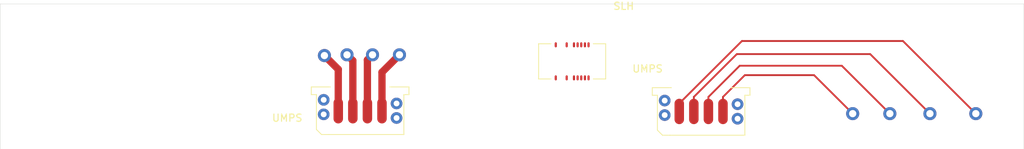
<source format=kicad_pcb>
(kicad_pcb (version 20171130) (host pcbnew "(5.1.2)-2")
  (layers (0 F.Cu signal) (31 B.Cu signal) (34 B.Paste user) (35 F.Paste user) (36 B.SilkS user) (37 F.SilkS user) (38 B.Mask user) (39 F.Mask user) (44 Edge.Cuts user))
  (net 0 "")
  (module SCIPP_Connectors:22AWG_THT (layer F.Cu) (at 116.5 78.3)
    (fp_text reference REF**)
    (fp_text value 22AWG_THT)
    (pad 1 thru_hole circle (at 0 0) (size 1.8 1.8) (drill 1) (layers *.Cu *.Mask))
  )
  (module SCIPP_Connectors:22AWG_THT (layer F.Cu) (at 112.8 78.3)
    (fp_text reference REF**)
    (fp_text value 22AWG_THT)
    (pad 1 thru_hole circle (at 0 0) (size 1.8 1.8) (drill 1) (layers *.Cu *.Mask))
  )
  (module SCIPP_Connectors:22AWG_THT (layer F.Cu) (at 109.3 78.3)
    (fp_text reference REF**)
    (fp_text value 22AWG_THT)
    (pad 1 thru_hole circle (at 0 0) (size 1.8 1.8) (drill 1) (layers *.Cu *.Mask))
  )
  (module SCIPP_Connectors:22AWG_THT (layer F.Cu) (at 106.2 78.4)
    (fp_text reference REF**)
    (fp_text value 22AWG_THT)
    (pad 1 thru_hole circle (at 0 0) (size 1.8 1.8) (drill 1) (layers *.Cu *.Mask))
  )
  (module SCIPP_Connectors:UMPS (layer F.Cu) (at 111.1 86)
    (fp_text reference REF**)
    (fp_text value UMPS (at -10 1) (layer F.SilkS))
    (fp_line (start 6.675 -3.275) (end 4.075 -3.275) (layer F.SilkS) (width 0.12))
    (fp_line (start -6.7 -3.275) (end -4.075 -3.275) (layer F.SilkS) (width 0.12))
    (fp_line (start 6 3.275) (end -4.275 3.275) (layer F.SilkS) (width 0.12))
    (fp_line (start 6 3.25) (end 6 3.275) (layer F.SilkS) (width 0.12))
    (fp_line (start 6 -2.225) (end 6 3.25) (layer F.SilkS) (width 0.12))
    (fp_line (start 6.025 -2.225) (end 6 -2.225) (layer F.SilkS) (width 0.12))
    (fp_line (start 6.7 -2.225) (end 6.025 -2.225) (layer F.SilkS) (width 0.12))
    (fp_line (start 6.7 -2.25) (end 6.7 -2.225) (layer F.SilkS) (width 0.12))
    (fp_line (start 6.7 -3.275) (end 6.7 -2.25) (layer F.SilkS) (width 0.12))
    (fp_line (start 6.675 -3.275) (end 6.7 -3.275) (layer F.SilkS) (width 0.12))
    (fp_line (start -6.7 -2.225) (end -6.7 -3.275) (layer F.SilkS) (width 0.12))
    (fp_line (start -6 -2.225) (end -6.7 -2.225) (layer F.SilkS) (width 0.12))
    (fp_line (start -6 -1.65) (end -6 -2.225) (layer F.SilkS) (width 0.12))
    (fp_line (start -5.3 3.275) (end -4.275 3.275) (layer F.SilkS) (width 0.12))
    (fp_line (start -6 2.575) (end -5.3 3.275) (layer F.SilkS) (width 0.12))
    (fp_line (start -6 -1.65) (end -6 2.575) (layer F.SilkS) (width 0.12))
    (pad 5 thru_hole circle (at -5 -1.5) (size 1.6 1.6) (drill 0.8) (layers *.Cu *.Mask))
    (pad 6 thru_hole circle (at -5 0.5) (size 1.6 1.6) (drill 0.8) (layers *.Cu *.Mask))
    (pad 8 thru_hole circle (at 5 1) (size 1.6 1.6) (drill 0.8) (layers *.Cu *.Mask))
    (pad 7 thru_hole circle (at 5 -1) (size 1.6 1.6) (drill 0.8) (layers *.Cu *.Mask))
    (pad 4 smd oval (at 3 0) (size 1.3 3.5) (layers F.Cu F.Paste F.Mask))
    (pad 3 smd oval (at 1 0) (size 1.3 3.5) (layers F.Cu F.Paste F.Mask))
    (pad 2 smd oval (at -1 0) (size 1.3 3.5) (layers F.Cu F.Paste F.Mask))
    (pad 1 smd oval (at -3 0) (size 1.3 3.5) (layers F.Cu F.Paste F.Mask))
  )
  (module SCIPP_Connectors:SLH (layer F.Cu) (at 140.2 79.2)
    (fp_text reference REF**)
    (fp_text value SLH (at 7.075 -7.6) (layer F.SilkS))
    (fp_line (start 4.6 -2.425) (end 4.6 2.4) (layer F.SilkS) (width 0.12))
    (fp_line (start 2.9 -2.425) (end 4.6 -2.425) (layer F.SilkS) (width 0.12))
    (fp_line (start 4.6 2.4) (end 4.6 2.425) (layer F.SilkS) (width 0.12))
    (fp_line (start 4.6 2.425) (end 2.9 2.425) (layer F.SilkS) (width 0.12))
    (fp_line (start -4.6 -2.425) (end -2.9 -2.425) (layer F.SilkS) (width 0.12))
    (fp_line (start -4.6 -2.4) (end -4.6 -2.425) (layer F.SilkS) (width 0.12))
    (fp_line (start -4.6 2.425) (end -4.6 -2.4) (layer F.SilkS) (width 0.12))
    (fp_line (start -2.9 2.425) (end -4.6 2.425) (layer F.SilkS) (width 0.12))
    (pad 11 smd oval (at 0.75 2.275) (size 0.3 0.7) (layers F.Cu F.Paste F.Mask))
    (pad 4 smd oval (at 0.75 -2.275) (size 0.3 0.7) (layers F.Cu F.Paste F.Mask))
    (pad 8 smd oval (at -2.25 2.275) (size 0.3 0.7) (layers F.Cu F.Paste F.Mask))
    (pad 13 smd oval (at 1.75 2.275) (size 0.3 0.7) (layers F.Cu F.Paste F.Mask))
    (pad 14 smd oval (at 2.25 2.275) (size 0.3 0.7) (layers F.Cu F.Paste F.Mask))
    (pad 9 smd oval (at -0.75 2.275) (size 0.3 0.7) (layers F.Cu F.Paste F.Mask))
    (pad 10 smd oval (at 0.25 2.275) (size 0.3 0.7) (layers F.Cu F.Paste F.Mask))
    (pad 12 smd oval (at 1.25 2.275) (size 0.3 0.7) (layers F.Cu F.Paste F.Mask))
    (pad 7 smd oval (at 2.25 -2.275) (size 0.3 0.7) (layers F.Cu F.Paste F.Mask))
    (pad 6 smd oval (at 1.75 -2.275) (size 0.3 0.7) (layers F.Cu F.Paste F.Mask))
    (pad 5 smd oval (at 1.25 -2.275) (size 0.3 0.7) (layers F.Cu F.Paste F.Mask))
    (pad 2 smd oval (at -0.75 -2.275) (size 0.3 0.7) (layers F.Cu F.Paste F.Mask))
    (pad 3 smd oval (at 0.25 -2.275) (size 0.3 0.7) (layers F.Cu F.Paste F.Mask))
    (pad 1 smd oval (at -2.25 -2.275) (size 0.3 0.7) (layers F.Cu F.Paste F.Mask))
  )
  (module SCIPP_Connectors:22AWG_THT (layer F.Cu) (at 195.6 86.4)
    (fp_text reference REF**)
    (fp_text value 22AWG_THT)
    (pad 1 thru_hole circle (at 0 0) (size 1.8 1.8) (drill 1) (layers *.Cu *.Mask))
  )
  (module SCIPP_Connectors:22AWG_THT (layer F.Cu) (at 189.3 86.4)
    (fp_text reference REF**)
    (fp_text value 22AWG_THT)
    (pad 1 thru_hole circle (at 0 0) (size 1.8 1.8) (drill 1) (layers *.Cu *.Mask))
  )
  (module SCIPP_Connectors:22AWG_THT (layer F.Cu) (at 183.8 86.4)
    (fp_text reference REF**)
    (fp_text value 22AWG_THT)
    (pad 1 thru_hole circle (at 0 0) (size 1.8 1.8) (drill 1) (layers *.Cu *.Mask))
  )
  (module SCIPP_Connectors:22AWG_THT (layer F.Cu) (at 178.7 86.4)
    (fp_text reference REF**)
    (fp_text value 22AWG_THT)
    (pad 1 thru_hole circle (at 0 0) (size 1.8 1.8) (drill 1) (layers *.Cu *.Mask))
  )
  (module SCIPP_Connectors:UMPS (layer F.Cu) (at 157.9 86.1)
    (fp_text reference REF**)
    (fp_text value UMPS (at -7.35 -5.875) (layer F.SilkS))
    (fp_line (start 6.675 -3.275) (end 4.075 -3.275) (layer F.SilkS) (width 0.12))
    (fp_line (start -6.7 -3.275) (end -4.075 -3.275) (layer F.SilkS) (width 0.12))
    (fp_line (start 6 3.275) (end -4.275 3.275) (layer F.SilkS) (width 0.12))
    (fp_line (start 6 3.25) (end 6 3.275) (layer F.SilkS) (width 0.12))
    (fp_line (start 6 -2.225) (end 6 3.25) (layer F.SilkS) (width 0.12))
    (fp_line (start 6.025 -2.225) (end 6 -2.225) (layer F.SilkS) (width 0.12))
    (fp_line (start 6.7 -2.225) (end 6.025 -2.225) (layer F.SilkS) (width 0.12))
    (fp_line (start 6.7 -2.25) (end 6.7 -2.225) (layer F.SilkS) (width 0.12))
    (fp_line (start 6.7 -3.275) (end 6.7 -2.25) (layer F.SilkS) (width 0.12))
    (fp_line (start 6.675 -3.275) (end 6.7 -3.275) (layer F.SilkS) (width 0.12))
    (fp_line (start -6.7 -2.225) (end -6.7 -3.275) (layer F.SilkS) (width 0.12))
    (fp_line (start -6 -2.225) (end -6.7 -2.225) (layer F.SilkS) (width 0.12))
    (fp_line (start -6 -1.65) (end -6 -2.225) (layer F.SilkS) (width 0.12))
    (fp_line (start -5.3 3.275) (end -4.275 3.275) (layer F.SilkS) (width 0.12))
    (fp_line (start -6 2.575) (end -5.3 3.275) (layer F.SilkS) (width 0.12))
    (fp_line (start -6 -1.65) (end -6 2.575) (layer F.SilkS) (width 0.12))
    (pad 5 thru_hole circle (at -5 -1.5) (size 1.6 1.6) (drill 0.8) (layers *.Cu *.Mask))
    (pad 6 thru_hole circle (at -5 0.5) (size 1.6 1.6) (drill 0.8) (layers *.Cu *.Mask))
    (pad 8 thru_hole circle (at 5 1) (size 1.6 1.6) (drill 0.8) (layers *.Cu *.Mask))
    (pad 7 thru_hole circle (at 5 -1) (size 1.6 1.6) (drill 0.8) (layers *.Cu *.Mask))
    (pad 4 smd oval (at 3 0) (size 1.3 3.5) (layers F.Cu F.Paste F.Mask))
    (pad 3 smd oval (at 1 0) (size 1.3 3.5) (layers F.Cu F.Paste F.Mask))
    (pad 2 smd oval (at -1 0) (size 1.3 3.5) (layers F.Cu F.Paste F.Mask))
    (pad 1 smd oval (at -3 0) (size 1.3 3.5) (layers F.Cu F.Paste F.Mask))
  )
  (gr_line (start 202.2 71.3) (end 61.7 71.3) (layer Edge.Cuts) (width 0.05))
  (gr_line (start 202.2 91.3) (end 202.2 71.3) (layer Edge.Cuts) (width 0.05))
  (gr_line (start 61.7 71.3) (end 61.7 91.3) (layer Edge.Cuts) (width 0.05))
  (gr_line (start 61.7 91.3) (end 202.2 91.3) (layer Edge.Cuts) (width 0.05))
  (segment (start 173.4 81.1) (end 178.7 86.4) (width 0.25) (layer F.Cu) (net 0))
  (segment (start 163.9 81.1) (end 173.4 81.1) (width 0.25) (layer F.Cu) (net 0))
  (segment (start 160.9 86.1) (end 160.9 84.1) (width 0.25) (layer F.Cu) (net 0))
  (segment (start 160.9 84.1) (end 163.9 81.1) (width 0.25) (layer F.Cu) (net 0))
  (segment (start 158.9 84.1) (end 163.2 79.8) (width 0.25) (layer F.Cu) (net 0))
  (segment (start 158.9 86.1) (end 158.9 84.1) (width 0.25) (layer F.Cu) (net 0))
  (segment (start 177.2 79.8) (end 183.8 86.4) (width 0.25) (layer F.Cu) (net 0))
  (segment (start 163.2 79.8) (end 177.2 79.8) (width 0.25) (layer F.Cu) (net 0))
  (segment (start 156.9 84.1) (end 162.8 78.2) (width 0.25) (layer F.Cu) (net 0))
  (segment (start 156.9 86.1) (end 156.9 84.1) (width 0.25) (layer F.Cu) (net 0))
  (segment (start 181.1 78.2) (end 189.3 86.4) (width 0.25) (layer F.Cu) (net 0))
  (segment (start 162.8 78.2) (end 181.1 78.2) (width 0.25) (layer F.Cu) (net 0))
  (segment (start 154.9 85) (end 163.5 76.4) (width 0.25) (layer F.Cu) (net 0))
  (segment (start 154.9 86.1) (end 154.9 85) (width 0.25) (layer F.Cu) (net 0))
  (segment (start 185.6 76.4) (end 195.6 86.4) (width 0.25) (layer F.Cu) (net 0))
  (segment (start 163.5 76.4) (end 185.6 76.4) (width 0.25) (layer F.Cu) (net 0))
  (segment (start 108.1 80.3) (end 106.2 78.4) (width 1) (layer F.Cu) (net 0))
  (segment (start 108.1 86) (end 108.1 80.3) (width 1) (layer F.Cu) (net 0))
  (segment (start 110.1 79.1) (end 109.3 78.3) (width 1) (layer F.Cu) (net 0))
  (segment (start 110.1 86) (end 110.1 79.1) (width 1) (layer F.Cu) (net 0))
  (segment (start 112.1 79) (end 112.8 78.3) (width 1) (layer F.Cu) (net 0))
  (segment (start 112.1 86) (end 112.1 79) (width 1) (layer F.Cu) (net 0))
  (segment (start 114.1 80.7) (end 116.5 78.3) (width 1) (layer F.Cu) (net 0))
  (segment (start 114.1 86) (end 114.1 80.7) (width 1) (layer F.Cu) (net 0))
)
</source>
